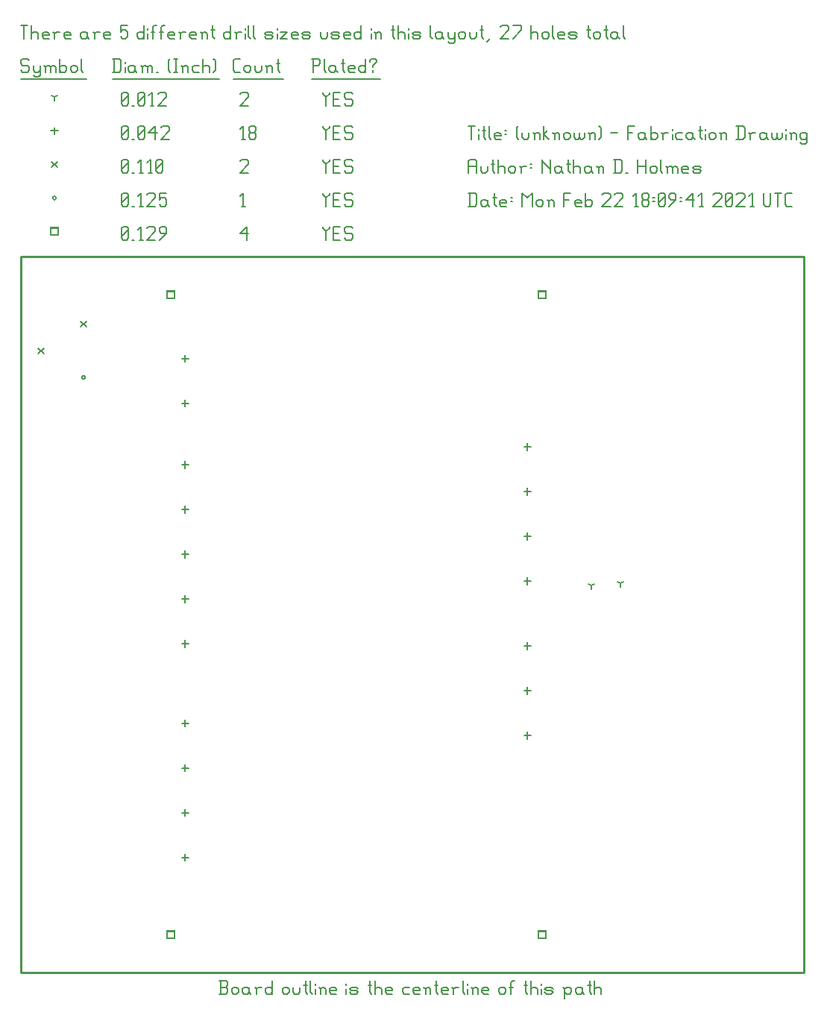
<source format=gbr>
G04 start of page 12 for group -3984 idx -3984 *
G04 Title: (unknown), fab *
G04 Creator: pcb 4.0.2 *
G04 CreationDate: Mon Feb 22 18:09:41 2021 UTC *
G04 For: ndholmes *
G04 Format: Gerber/RS-274X *
G04 PCB-Dimensions (mil): 3500.00 3200.00 *
G04 PCB-Coordinate-Origin: lower left *
%MOIN*%
%FSLAX25Y25*%
%LNFAB*%
%ADD59C,0.0100*%
%ADD58C,0.0060*%
%ADD57R,0.0080X0.0080*%
G54D57*X231400Y18600D02*X234600D01*
X231400D02*Y15400D01*
X234600D01*
Y18600D02*Y15400D01*
X231400Y304600D02*X234600D01*
X231400D02*Y301400D01*
X234600D01*
Y304600D02*Y301400D01*
X65400Y304600D02*X68600D01*
X65400D02*Y301400D01*
X68600D01*
Y304600D02*Y301400D01*
X65400Y18600D02*X68600D01*
X65400D02*Y15400D01*
X68600D01*
Y18600D02*Y15400D01*
X13400Y332850D02*X16600D01*
X13400D02*Y329650D01*
X16600D01*
Y332850D02*Y329650D01*
G54D58*X135000Y333500D02*Y332750D01*
X136500Y331250D01*
X138000Y332750D01*
Y333500D02*Y332750D01*
X136500Y331250D02*Y327500D01*
X139800Y330500D02*X142050D01*
X139800Y327500D02*X142800D01*
X139800Y333500D02*Y327500D01*
Y333500D02*X142800D01*
X147600D02*X148350Y332750D01*
X145350Y333500D02*X147600D01*
X144600Y332750D02*X145350Y333500D01*
X144600Y332750D02*Y331250D01*
X145350Y330500D01*
X147600D01*
X148350Y329750D01*
Y328250D01*
X147600Y327500D02*X148350Y328250D01*
X145350Y327500D02*X147600D01*
X144600Y328250D02*X145350Y327500D01*
X98000Y330500D02*X101000Y333500D01*
X98000Y330500D02*X101750D01*
X101000Y333500D02*Y327500D01*
X45000Y328250D02*X45750Y327500D01*
X45000Y332750D02*Y328250D01*
Y332750D02*X45750Y333500D01*
X47250D01*
X48000Y332750D01*
Y328250D01*
X47250Y327500D02*X48000Y328250D01*
X45750Y327500D02*X47250D01*
X45000Y329000D02*X48000Y332000D01*
X49800Y327500D02*X50550D01*
X53100D02*X54600D01*
X53850Y333500D02*Y327500D01*
X52350Y332000D02*X53850Y333500D01*
X56400Y332750D02*X57150Y333500D01*
X59400D01*
X60150Y332750D01*
Y331250D01*
X56400Y327500D02*X60150Y331250D01*
X56400Y327500D02*X60150D01*
X61950D02*X64950Y330500D01*
Y332750D02*Y330500D01*
X64200Y333500D02*X64950Y332750D01*
X62700Y333500D02*X64200D01*
X61950Y332750D02*X62700Y333500D01*
X61950Y332750D02*Y331250D01*
X62700Y330500D01*
X64950D01*
X27200Y266000D02*G75*G03X28800Y266000I800J0D01*G01*
G75*G03X27200Y266000I-800J0D01*G01*
X14200Y346250D02*G75*G03X15800Y346250I800J0D01*G01*
G75*G03X14200Y346250I-800J0D01*G01*
X135000Y348500D02*Y347750D01*
X136500Y346250D01*
X138000Y347750D01*
Y348500D02*Y347750D01*
X136500Y346250D02*Y342500D01*
X139800Y345500D02*X142050D01*
X139800Y342500D02*X142800D01*
X139800Y348500D02*Y342500D01*
Y348500D02*X142800D01*
X147600D02*X148350Y347750D01*
X145350Y348500D02*X147600D01*
X144600Y347750D02*X145350Y348500D01*
X144600Y347750D02*Y346250D01*
X145350Y345500D01*
X147600D01*
X148350Y344750D01*
Y343250D01*
X147600Y342500D02*X148350Y343250D01*
X145350Y342500D02*X147600D01*
X144600Y343250D02*X145350Y342500D01*
X98750D02*X100250D01*
X99500Y348500D02*Y342500D01*
X98000Y347000D02*X99500Y348500D01*
X45000Y343250D02*X45750Y342500D01*
X45000Y347750D02*Y343250D01*
Y347750D02*X45750Y348500D01*
X47250D01*
X48000Y347750D01*
Y343250D01*
X47250Y342500D02*X48000Y343250D01*
X45750Y342500D02*X47250D01*
X45000Y344000D02*X48000Y347000D01*
X49800Y342500D02*X50550D01*
X53100D02*X54600D01*
X53850Y348500D02*Y342500D01*
X52350Y347000D02*X53850Y348500D01*
X56400Y347750D02*X57150Y348500D01*
X59400D01*
X60150Y347750D01*
Y346250D01*
X56400Y342500D02*X60150Y346250D01*
X56400Y342500D02*X60150D01*
X61950Y348500D02*X64950D01*
X61950D02*Y345500D01*
X62700Y346250D01*
X64200D01*
X64950Y345500D01*
Y343250D01*
X64200Y342500D02*X64950Y343250D01*
X62700Y342500D02*X64200D01*
X61950Y343250D02*X62700Y342500D01*
X26800Y291200D02*X29200Y288800D01*
X26800D02*X29200Y291200D01*
X7800Y279200D02*X10200Y276800D01*
X7800D02*X10200Y279200D01*
X13800Y362450D02*X16200Y360050D01*
X13800D02*X16200Y362450D01*
X135000Y363500D02*Y362750D01*
X136500Y361250D01*
X138000Y362750D01*
Y363500D02*Y362750D01*
X136500Y361250D02*Y357500D01*
X139800Y360500D02*X142050D01*
X139800Y357500D02*X142800D01*
X139800Y363500D02*Y357500D01*
Y363500D02*X142800D01*
X147600D02*X148350Y362750D01*
X145350Y363500D02*X147600D01*
X144600Y362750D02*X145350Y363500D01*
X144600Y362750D02*Y361250D01*
X145350Y360500D01*
X147600D01*
X148350Y359750D01*
Y358250D01*
X147600Y357500D02*X148350Y358250D01*
X145350Y357500D02*X147600D01*
X144600Y358250D02*X145350Y357500D01*
X98000Y362750D02*X98750Y363500D01*
X101000D01*
X101750Y362750D01*
Y361250D01*
X98000Y357500D02*X101750Y361250D01*
X98000Y357500D02*X101750D01*
X45000Y358250D02*X45750Y357500D01*
X45000Y362750D02*Y358250D01*
Y362750D02*X45750Y363500D01*
X47250D01*
X48000Y362750D01*
Y358250D01*
X47250Y357500D02*X48000Y358250D01*
X45750Y357500D02*X47250D01*
X45000Y359000D02*X48000Y362000D01*
X49800Y357500D02*X50550D01*
X53100D02*X54600D01*
X53850Y363500D02*Y357500D01*
X52350Y362000D02*X53850Y363500D01*
X57150Y357500D02*X58650D01*
X57900Y363500D02*Y357500D01*
X56400Y362000D02*X57900Y363500D01*
X60450Y358250D02*X61200Y357500D01*
X60450Y362750D02*Y358250D01*
Y362750D02*X61200Y363500D01*
X62700D01*
X63450Y362750D01*
Y358250D01*
X62700Y357500D02*X63450Y358250D01*
X61200Y357500D02*X62700D01*
X60450Y359000D02*X63450Y362000D01*
X226500Y176600D02*Y173400D01*
X224900Y175000D02*X228100D01*
X226500Y196600D02*Y193400D01*
X224900Y195000D02*X228100D01*
X226500Y216600D02*Y213400D01*
X224900Y215000D02*X228100D01*
X226500Y236600D02*Y233400D01*
X224900Y235000D02*X228100D01*
X73500Y188600D02*Y185400D01*
X71900Y187000D02*X75100D01*
X73500Y168600D02*Y165400D01*
X71900Y167000D02*X75100D01*
X73500Y148600D02*Y145400D01*
X71900Y147000D02*X75100D01*
X73500Y113100D02*Y109900D01*
X71900Y111500D02*X75100D01*
X73500Y93100D02*Y89900D01*
X71900Y91500D02*X75100D01*
X73500Y73100D02*Y69900D01*
X71900Y71500D02*X75100D01*
X73500Y53100D02*Y49900D01*
X71900Y51500D02*X75100D01*
X226500Y107600D02*Y104400D01*
X224900Y106000D02*X228100D01*
X226500Y127600D02*Y124400D01*
X224900Y126000D02*X228100D01*
X226500Y147600D02*Y144400D01*
X224900Y146000D02*X228100D01*
X73500Y276100D02*Y272900D01*
X71900Y274500D02*X75100D01*
X73500Y256100D02*Y252900D01*
X71900Y254500D02*X75100D01*
X73500Y228600D02*Y225400D01*
X71900Y227000D02*X75100D01*
X73500Y208600D02*Y205400D01*
X71900Y207000D02*X75100D01*
X15000Y377850D02*Y374650D01*
X13400Y376250D02*X16600D01*
X135000Y378500D02*Y377750D01*
X136500Y376250D01*
X138000Y377750D01*
Y378500D02*Y377750D01*
X136500Y376250D02*Y372500D01*
X139800Y375500D02*X142050D01*
X139800Y372500D02*X142800D01*
X139800Y378500D02*Y372500D01*
Y378500D02*X142800D01*
X147600D02*X148350Y377750D01*
X145350Y378500D02*X147600D01*
X144600Y377750D02*X145350Y378500D01*
X144600Y377750D02*Y376250D01*
X145350Y375500D01*
X147600D01*
X148350Y374750D01*
Y373250D01*
X147600Y372500D02*X148350Y373250D01*
X145350Y372500D02*X147600D01*
X144600Y373250D02*X145350Y372500D01*
X98750D02*X100250D01*
X99500Y378500D02*Y372500D01*
X98000Y377000D02*X99500Y378500D01*
X102050Y373250D02*X102800Y372500D01*
X102050Y374750D02*Y373250D01*
Y374750D02*X102800Y375500D01*
X104300D01*
X105050Y374750D01*
Y373250D01*
X104300Y372500D02*X105050Y373250D01*
X102800Y372500D02*X104300D01*
X102050Y376250D02*X102800Y375500D01*
X102050Y377750D02*Y376250D01*
Y377750D02*X102800Y378500D01*
X104300D01*
X105050Y377750D01*
Y376250D01*
X104300Y375500D02*X105050Y376250D01*
X45000Y373250D02*X45750Y372500D01*
X45000Y377750D02*Y373250D01*
Y377750D02*X45750Y378500D01*
X47250D01*
X48000Y377750D01*
Y373250D01*
X47250Y372500D02*X48000Y373250D01*
X45750Y372500D02*X47250D01*
X45000Y374000D02*X48000Y377000D01*
X49800Y372500D02*X50550D01*
X52350Y373250D02*X53100Y372500D01*
X52350Y377750D02*Y373250D01*
Y377750D02*X53100Y378500D01*
X54600D01*
X55350Y377750D01*
Y373250D01*
X54600Y372500D02*X55350Y373250D01*
X53100Y372500D02*X54600D01*
X52350Y374000D02*X55350Y377000D01*
X57150Y375500D02*X60150Y378500D01*
X57150Y375500D02*X60900D01*
X60150Y378500D02*Y372500D01*
X62700Y377750D02*X63450Y378500D01*
X65700D01*
X66450Y377750D01*
Y376250D01*
X62700Y372500D02*X66450Y376250D01*
X62700Y372500D02*X66450D01*
X268000Y174000D02*Y172400D01*
Y174000D02*X269387Y174800D01*
X268000Y174000D02*X266613Y174800D01*
X255000Y173000D02*Y171400D01*
Y173000D02*X256387Y173800D01*
X255000Y173000D02*X253613Y173800D01*
X15000Y391250D02*Y389650D01*
Y391250D02*X16387Y392050D01*
X15000Y391250D02*X13613Y392050D01*
X135000Y393500D02*Y392750D01*
X136500Y391250D01*
X138000Y392750D01*
Y393500D02*Y392750D01*
X136500Y391250D02*Y387500D01*
X139800Y390500D02*X142050D01*
X139800Y387500D02*X142800D01*
X139800Y393500D02*Y387500D01*
Y393500D02*X142800D01*
X147600D02*X148350Y392750D01*
X145350Y393500D02*X147600D01*
X144600Y392750D02*X145350Y393500D01*
X144600Y392750D02*Y391250D01*
X145350Y390500D01*
X147600D01*
X148350Y389750D01*
Y388250D01*
X147600Y387500D02*X148350Y388250D01*
X145350Y387500D02*X147600D01*
X144600Y388250D02*X145350Y387500D01*
X98000Y392750D02*X98750Y393500D01*
X101000D01*
X101750Y392750D01*
Y391250D01*
X98000Y387500D02*X101750Y391250D01*
X98000Y387500D02*X101750D01*
X45000Y388250D02*X45750Y387500D01*
X45000Y392750D02*Y388250D01*
Y392750D02*X45750Y393500D01*
X47250D01*
X48000Y392750D01*
Y388250D01*
X47250Y387500D02*X48000Y388250D01*
X45750Y387500D02*X47250D01*
X45000Y389000D02*X48000Y392000D01*
X49800Y387500D02*X50550D01*
X52350Y388250D02*X53100Y387500D01*
X52350Y392750D02*Y388250D01*
Y392750D02*X53100Y393500D01*
X54600D01*
X55350Y392750D01*
Y388250D01*
X54600Y387500D02*X55350Y388250D01*
X53100Y387500D02*X54600D01*
X52350Y389000D02*X55350Y392000D01*
X57900Y387500D02*X59400D01*
X58650Y393500D02*Y387500D01*
X57150Y392000D02*X58650Y393500D01*
X61200Y392750D02*X61950Y393500D01*
X64200D01*
X64950Y392750D01*
Y391250D01*
X61200Y387500D02*X64950Y391250D01*
X61200Y387500D02*X64950D01*
X3000Y408500D02*X3750Y407750D01*
X750Y408500D02*X3000D01*
X0Y407750D02*X750Y408500D01*
X0Y407750D02*Y406250D01*
X750Y405500D01*
X3000D01*
X3750Y404750D01*
Y403250D01*
X3000Y402500D02*X3750Y403250D01*
X750Y402500D02*X3000D01*
X0Y403250D02*X750Y402500D01*
X5550Y405500D02*Y403250D01*
X6300Y402500D01*
X8550Y405500D02*Y401000D01*
X7800Y400250D02*X8550Y401000D01*
X6300Y400250D02*X7800D01*
X5550Y401000D02*X6300Y400250D01*
Y402500D02*X7800D01*
X8550Y403250D01*
X11100Y404750D02*Y402500D01*
Y404750D02*X11850Y405500D01*
X12600D01*
X13350Y404750D01*
Y402500D01*
Y404750D02*X14100Y405500D01*
X14850D01*
X15600Y404750D01*
Y402500D01*
X10350Y405500D02*X11100Y404750D01*
X17400Y408500D02*Y402500D01*
Y403250D02*X18150Y402500D01*
X19650D01*
X20400Y403250D01*
Y404750D02*Y403250D01*
X19650Y405500D02*X20400Y404750D01*
X18150Y405500D02*X19650D01*
X17400Y404750D02*X18150Y405500D01*
X22200Y404750D02*Y403250D01*
Y404750D02*X22950Y405500D01*
X24450D01*
X25200Y404750D01*
Y403250D01*
X24450Y402500D02*X25200Y403250D01*
X22950Y402500D02*X24450D01*
X22200Y403250D02*X22950Y402500D01*
X27000Y408500D02*Y403250D01*
X27750Y402500D01*
X0Y399250D02*X29250D01*
X41750Y408500D02*Y402500D01*
X44000Y408500D02*X44750Y407750D01*
Y403250D01*
X44000Y402500D02*X44750Y403250D01*
X41000Y402500D02*X44000D01*
X41000Y408500D02*X44000D01*
X46550Y407000D02*Y406250D01*
Y404750D02*Y402500D01*
X50300Y405500D02*X51050Y404750D01*
X48800Y405500D02*X50300D01*
X48050Y404750D02*X48800Y405500D01*
X48050Y404750D02*Y403250D01*
X48800Y402500D01*
X51050Y405500D02*Y403250D01*
X51800Y402500D01*
X48800D02*X50300D01*
X51050Y403250D01*
X54350Y404750D02*Y402500D01*
Y404750D02*X55100Y405500D01*
X55850D01*
X56600Y404750D01*
Y402500D01*
Y404750D02*X57350Y405500D01*
X58100D01*
X58850Y404750D01*
Y402500D01*
X53600Y405500D02*X54350Y404750D01*
X60650Y402500D02*X61400D01*
X65900Y403250D02*X66650Y402500D01*
X65900Y407750D02*X66650Y408500D01*
X65900Y407750D02*Y403250D01*
X68450Y408500D02*X69950D01*
X69200D02*Y402500D01*
X68450D02*X69950D01*
X72500Y404750D02*Y402500D01*
Y404750D02*X73250Y405500D01*
X74000D01*
X74750Y404750D01*
Y402500D01*
X71750Y405500D02*X72500Y404750D01*
X77300Y405500D02*X79550D01*
X76550Y404750D02*X77300Y405500D01*
X76550Y404750D02*Y403250D01*
X77300Y402500D01*
X79550D01*
X81350Y408500D02*Y402500D01*
Y404750D02*X82100Y405500D01*
X83600D01*
X84350Y404750D01*
Y402500D01*
X86150Y408500D02*X86900Y407750D01*
Y403250D01*
X86150Y402500D02*X86900Y403250D01*
X41000Y399250D02*X88700D01*
X95750Y402500D02*X98000D01*
X95000Y403250D02*X95750Y402500D01*
X95000Y407750D02*Y403250D01*
Y407750D02*X95750Y408500D01*
X98000D01*
X99800Y404750D02*Y403250D01*
Y404750D02*X100550Y405500D01*
X102050D01*
X102800Y404750D01*
Y403250D01*
X102050Y402500D02*X102800Y403250D01*
X100550Y402500D02*X102050D01*
X99800Y403250D02*X100550Y402500D01*
X104600Y405500D02*Y403250D01*
X105350Y402500D01*
X106850D01*
X107600Y403250D01*
Y405500D02*Y403250D01*
X110150Y404750D02*Y402500D01*
Y404750D02*X110900Y405500D01*
X111650D01*
X112400Y404750D01*
Y402500D01*
X109400Y405500D02*X110150Y404750D01*
X114950Y408500D02*Y403250D01*
X115700Y402500D01*
X114200Y406250D02*X115700D01*
X95000Y399250D02*X117200D01*
X130750Y408500D02*Y402500D01*
X130000Y408500D02*X133000D01*
X133750Y407750D01*
Y406250D01*
X133000Y405500D02*X133750Y406250D01*
X130750Y405500D02*X133000D01*
X135550Y408500D02*Y403250D01*
X136300Y402500D01*
X140050Y405500D02*X140800Y404750D01*
X138550Y405500D02*X140050D01*
X137800Y404750D02*X138550Y405500D01*
X137800Y404750D02*Y403250D01*
X138550Y402500D01*
X140800Y405500D02*Y403250D01*
X141550Y402500D01*
X138550D02*X140050D01*
X140800Y403250D01*
X144100Y408500D02*Y403250D01*
X144850Y402500D01*
X143350Y406250D02*X144850D01*
X147100Y402500D02*X149350D01*
X146350Y403250D02*X147100Y402500D01*
X146350Y404750D02*Y403250D01*
Y404750D02*X147100Y405500D01*
X148600D01*
X149350Y404750D01*
X146350Y404000D02*X149350D01*
Y404750D02*Y404000D01*
X154150Y408500D02*Y402500D01*
X153400D02*X154150Y403250D01*
X151900Y402500D02*X153400D01*
X151150Y403250D02*X151900Y402500D01*
X151150Y404750D02*Y403250D01*
Y404750D02*X151900Y405500D01*
X153400D01*
X154150Y404750D01*
X157450Y405500D02*Y404750D01*
Y403250D02*Y402500D01*
X155950Y407750D02*Y407000D01*
Y407750D02*X156700Y408500D01*
X158200D01*
X158950Y407750D01*
Y407000D01*
X157450Y405500D02*X158950Y407000D01*
X130000Y399250D02*X160750D01*
X0Y423500D02*X3000D01*
X1500D02*Y417500D01*
X4800Y423500D02*Y417500D01*
Y419750D02*X5550Y420500D01*
X7050D01*
X7800Y419750D01*
Y417500D01*
X10350D02*X12600D01*
X9600Y418250D02*X10350Y417500D01*
X9600Y419750D02*Y418250D01*
Y419750D02*X10350Y420500D01*
X11850D01*
X12600Y419750D01*
X9600Y419000D02*X12600D01*
Y419750D02*Y419000D01*
X15150Y419750D02*Y417500D01*
Y419750D02*X15900Y420500D01*
X17400D01*
X14400D02*X15150Y419750D01*
X19950Y417500D02*X22200D01*
X19200Y418250D02*X19950Y417500D01*
X19200Y419750D02*Y418250D01*
Y419750D02*X19950Y420500D01*
X21450D01*
X22200Y419750D01*
X19200Y419000D02*X22200D01*
Y419750D02*Y419000D01*
X28950Y420500D02*X29700Y419750D01*
X27450Y420500D02*X28950D01*
X26700Y419750D02*X27450Y420500D01*
X26700Y419750D02*Y418250D01*
X27450Y417500D01*
X29700Y420500D02*Y418250D01*
X30450Y417500D01*
X27450D02*X28950D01*
X29700Y418250D01*
X33000Y419750D02*Y417500D01*
Y419750D02*X33750Y420500D01*
X35250D01*
X32250D02*X33000Y419750D01*
X37800Y417500D02*X40050D01*
X37050Y418250D02*X37800Y417500D01*
X37050Y419750D02*Y418250D01*
Y419750D02*X37800Y420500D01*
X39300D01*
X40050Y419750D01*
X37050Y419000D02*X40050D01*
Y419750D02*Y419000D01*
X44550Y423500D02*X47550D01*
X44550D02*Y420500D01*
X45300Y421250D01*
X46800D01*
X47550Y420500D01*
Y418250D01*
X46800Y417500D02*X47550Y418250D01*
X45300Y417500D02*X46800D01*
X44550Y418250D02*X45300Y417500D01*
X55050Y423500D02*Y417500D01*
X54300D02*X55050Y418250D01*
X52800Y417500D02*X54300D01*
X52050Y418250D02*X52800Y417500D01*
X52050Y419750D02*Y418250D01*
Y419750D02*X52800Y420500D01*
X54300D01*
X55050Y419750D01*
X56850Y422000D02*Y421250D01*
Y419750D02*Y417500D01*
X59100Y422750D02*Y417500D01*
Y422750D02*X59850Y423500D01*
X60600D01*
X58350Y420500D02*X59850D01*
X62850Y422750D02*Y417500D01*
Y422750D02*X63600Y423500D01*
X64350D01*
X62100Y420500D02*X63600D01*
X66600Y417500D02*X68850D01*
X65850Y418250D02*X66600Y417500D01*
X65850Y419750D02*Y418250D01*
Y419750D02*X66600Y420500D01*
X68100D01*
X68850Y419750D01*
X65850Y419000D02*X68850D01*
Y419750D02*Y419000D01*
X71400Y419750D02*Y417500D01*
Y419750D02*X72150Y420500D01*
X73650D01*
X70650D02*X71400Y419750D01*
X76200Y417500D02*X78450D01*
X75450Y418250D02*X76200Y417500D01*
X75450Y419750D02*Y418250D01*
Y419750D02*X76200Y420500D01*
X77700D01*
X78450Y419750D01*
X75450Y419000D02*X78450D01*
Y419750D02*Y419000D01*
X81000Y419750D02*Y417500D01*
Y419750D02*X81750Y420500D01*
X82500D01*
X83250Y419750D01*
Y417500D01*
X80250Y420500D02*X81000Y419750D01*
X85800Y423500D02*Y418250D01*
X86550Y417500D01*
X85050Y421250D02*X86550D01*
X93750Y423500D02*Y417500D01*
X93000D02*X93750Y418250D01*
X91500Y417500D02*X93000D01*
X90750Y418250D02*X91500Y417500D01*
X90750Y419750D02*Y418250D01*
Y419750D02*X91500Y420500D01*
X93000D01*
X93750Y419750D01*
X96300D02*Y417500D01*
Y419750D02*X97050Y420500D01*
X98550D01*
X95550D02*X96300Y419750D01*
X100350Y422000D02*Y421250D01*
Y419750D02*Y417500D01*
X101850Y423500D02*Y418250D01*
X102600Y417500D01*
X104100Y423500D02*Y418250D01*
X104850Y417500D01*
X109800D02*X112050D01*
X112800Y418250D01*
X112050Y419000D02*X112800Y418250D01*
X109800Y419000D02*X112050D01*
X109050Y419750D02*X109800Y419000D01*
X109050Y419750D02*X109800Y420500D01*
X112050D01*
X112800Y419750D01*
X109050Y418250D02*X109800Y417500D01*
X114600Y422000D02*Y421250D01*
Y419750D02*Y417500D01*
X116100Y420500D02*X119100D01*
X116100Y417500D02*X119100Y420500D01*
X116100Y417500D02*X119100D01*
X121650D02*X123900D01*
X120900Y418250D02*X121650Y417500D01*
X120900Y419750D02*Y418250D01*
Y419750D02*X121650Y420500D01*
X123150D01*
X123900Y419750D01*
X120900Y419000D02*X123900D01*
Y419750D02*Y419000D01*
X126450Y417500D02*X128700D01*
X129450Y418250D01*
X128700Y419000D02*X129450Y418250D01*
X126450Y419000D02*X128700D01*
X125700Y419750D02*X126450Y419000D01*
X125700Y419750D02*X126450Y420500D01*
X128700D01*
X129450Y419750D01*
X125700Y418250D02*X126450Y417500D01*
X133950Y420500D02*Y418250D01*
X134700Y417500D01*
X136200D01*
X136950Y418250D01*
Y420500D02*Y418250D01*
X139500Y417500D02*X141750D01*
X142500Y418250D01*
X141750Y419000D02*X142500Y418250D01*
X139500Y419000D02*X141750D01*
X138750Y419750D02*X139500Y419000D01*
X138750Y419750D02*X139500Y420500D01*
X141750D01*
X142500Y419750D01*
X138750Y418250D02*X139500Y417500D01*
X145050D02*X147300D01*
X144300Y418250D02*X145050Y417500D01*
X144300Y419750D02*Y418250D01*
Y419750D02*X145050Y420500D01*
X146550D01*
X147300Y419750D01*
X144300Y419000D02*X147300D01*
Y419750D02*Y419000D01*
X152100Y423500D02*Y417500D01*
X151350D02*X152100Y418250D01*
X149850Y417500D02*X151350D01*
X149100Y418250D02*X149850Y417500D01*
X149100Y419750D02*Y418250D01*
Y419750D02*X149850Y420500D01*
X151350D01*
X152100Y419750D01*
X156600Y422000D02*Y421250D01*
Y419750D02*Y417500D01*
X158850Y419750D02*Y417500D01*
Y419750D02*X159600Y420500D01*
X160350D01*
X161100Y419750D01*
Y417500D01*
X158100Y420500D02*X158850Y419750D01*
X166350Y423500D02*Y418250D01*
X167100Y417500D01*
X165600Y421250D02*X167100D01*
X168600Y423500D02*Y417500D01*
Y419750D02*X169350Y420500D01*
X170850D01*
X171600Y419750D01*
Y417500D01*
X173400Y422000D02*Y421250D01*
Y419750D02*Y417500D01*
X175650D02*X177900D01*
X178650Y418250D01*
X177900Y419000D02*X178650Y418250D01*
X175650Y419000D02*X177900D01*
X174900Y419750D02*X175650Y419000D01*
X174900Y419750D02*X175650Y420500D01*
X177900D01*
X178650Y419750D01*
X174900Y418250D02*X175650Y417500D01*
X183150Y423500D02*Y418250D01*
X183900Y417500D01*
X187650Y420500D02*X188400Y419750D01*
X186150Y420500D02*X187650D01*
X185400Y419750D02*X186150Y420500D01*
X185400Y419750D02*Y418250D01*
X186150Y417500D01*
X188400Y420500D02*Y418250D01*
X189150Y417500D01*
X186150D02*X187650D01*
X188400Y418250D01*
X190950Y420500D02*Y418250D01*
X191700Y417500D01*
X193950Y420500D02*Y416000D01*
X193200Y415250D02*X193950Y416000D01*
X191700Y415250D02*X193200D01*
X190950Y416000D02*X191700Y415250D01*
Y417500D02*X193200D01*
X193950Y418250D01*
X195750Y419750D02*Y418250D01*
Y419750D02*X196500Y420500D01*
X198000D01*
X198750Y419750D01*
Y418250D01*
X198000Y417500D02*X198750Y418250D01*
X196500Y417500D02*X198000D01*
X195750Y418250D02*X196500Y417500D01*
X200550Y420500D02*Y418250D01*
X201300Y417500D01*
X202800D01*
X203550Y418250D01*
Y420500D02*Y418250D01*
X206100Y423500D02*Y418250D01*
X206850Y417500D01*
X205350Y421250D02*X206850D01*
X208350Y416000D02*X209850Y417500D01*
X214350Y422750D02*X215100Y423500D01*
X217350D01*
X218100Y422750D01*
Y421250D01*
X214350Y417500D02*X218100Y421250D01*
X214350Y417500D02*X218100D01*
X219900D02*X223650Y421250D01*
Y423500D02*Y421250D01*
X219900Y423500D02*X223650D01*
X228150D02*Y417500D01*
Y419750D02*X228900Y420500D01*
X230400D01*
X231150Y419750D01*
Y417500D01*
X232950Y419750D02*Y418250D01*
Y419750D02*X233700Y420500D01*
X235200D01*
X235950Y419750D01*
Y418250D01*
X235200Y417500D02*X235950Y418250D01*
X233700Y417500D02*X235200D01*
X232950Y418250D02*X233700Y417500D01*
X237750Y423500D02*Y418250D01*
X238500Y417500D01*
X240750D02*X243000D01*
X240000Y418250D02*X240750Y417500D01*
X240000Y419750D02*Y418250D01*
Y419750D02*X240750Y420500D01*
X242250D01*
X243000Y419750D01*
X240000Y419000D02*X243000D01*
Y419750D02*Y419000D01*
X245550Y417500D02*X247800D01*
X248550Y418250D01*
X247800Y419000D02*X248550Y418250D01*
X245550Y419000D02*X247800D01*
X244800Y419750D02*X245550Y419000D01*
X244800Y419750D02*X245550Y420500D01*
X247800D01*
X248550Y419750D01*
X244800Y418250D02*X245550Y417500D01*
X253800Y423500D02*Y418250D01*
X254550Y417500D01*
X253050Y421250D02*X254550D01*
X256050Y419750D02*Y418250D01*
Y419750D02*X256800Y420500D01*
X258300D01*
X259050Y419750D01*
Y418250D01*
X258300Y417500D02*X259050Y418250D01*
X256800Y417500D02*X258300D01*
X256050Y418250D02*X256800Y417500D01*
X261600Y423500D02*Y418250D01*
X262350Y417500D01*
X260850Y421250D02*X262350D01*
X266100Y420500D02*X266850Y419750D01*
X264600Y420500D02*X266100D01*
X263850Y419750D02*X264600Y420500D01*
X263850Y419750D02*Y418250D01*
X264600Y417500D01*
X266850Y420500D02*Y418250D01*
X267600Y417500D01*
X264600D02*X266100D01*
X266850Y418250D01*
X269400Y423500D02*Y418250D01*
X270150Y417500D01*
G54D59*X300000Y320000D02*X0D01*
Y0D02*X300000D01*
X0Y320000D02*Y0D01*
X299000Y320000D02*X350000D01*
Y0D01*
X287500D01*
G54D58*X88675Y-9500D02*X91675D01*
X92425Y-8750D01*
Y-7250D02*Y-8750D01*
X91675Y-6500D02*X92425Y-7250D01*
X89425Y-6500D02*X91675D01*
X89425Y-3500D02*Y-9500D01*
X88675Y-3500D02*X91675D01*
X92425Y-4250D01*
Y-5750D01*
X91675Y-6500D02*X92425Y-5750D01*
X94225Y-7250D02*Y-8750D01*
Y-7250D02*X94975Y-6500D01*
X96475D01*
X97225Y-7250D01*
Y-8750D01*
X96475Y-9500D02*X97225Y-8750D01*
X94975Y-9500D02*X96475D01*
X94225Y-8750D02*X94975Y-9500D01*
X101275Y-6500D02*X102025Y-7250D01*
X99775Y-6500D02*X101275D01*
X99025Y-7250D02*X99775Y-6500D01*
X99025Y-7250D02*Y-8750D01*
X99775Y-9500D01*
X102025Y-6500D02*Y-8750D01*
X102775Y-9500D01*
X99775D02*X101275D01*
X102025Y-8750D01*
X105325Y-7250D02*Y-9500D01*
Y-7250D02*X106075Y-6500D01*
X107575D01*
X104575D02*X105325Y-7250D01*
X112375Y-3500D02*Y-9500D01*
X111625D02*X112375Y-8750D01*
X110125Y-9500D02*X111625D01*
X109375Y-8750D02*X110125Y-9500D01*
X109375Y-7250D02*Y-8750D01*
Y-7250D02*X110125Y-6500D01*
X111625D01*
X112375Y-7250D01*
X116875D02*Y-8750D01*
Y-7250D02*X117625Y-6500D01*
X119125D01*
X119875Y-7250D01*
Y-8750D01*
X119125Y-9500D02*X119875Y-8750D01*
X117625Y-9500D02*X119125D01*
X116875Y-8750D02*X117625Y-9500D01*
X121675Y-6500D02*Y-8750D01*
X122425Y-9500D01*
X123925D01*
X124675Y-8750D01*
Y-6500D02*Y-8750D01*
X127225Y-3500D02*Y-8750D01*
X127975Y-9500D01*
X126475Y-5750D02*X127975D01*
X129475Y-3500D02*Y-8750D01*
X130225Y-9500D01*
X131725Y-5000D02*Y-5750D01*
Y-7250D02*Y-9500D01*
X133975Y-7250D02*Y-9500D01*
Y-7250D02*X134725Y-6500D01*
X135475D01*
X136225Y-7250D01*
Y-9500D01*
X133225Y-6500D02*X133975Y-7250D01*
X138775Y-9500D02*X141025D01*
X138025Y-8750D02*X138775Y-9500D01*
X138025Y-7250D02*Y-8750D01*
Y-7250D02*X138775Y-6500D01*
X140275D01*
X141025Y-7250D01*
X138025Y-8000D02*X141025D01*
Y-7250D02*Y-8000D01*
X145525Y-5000D02*Y-5750D01*
Y-7250D02*Y-9500D01*
X147775D02*X150025D01*
X150775Y-8750D01*
X150025Y-8000D02*X150775Y-8750D01*
X147775Y-8000D02*X150025D01*
X147025Y-7250D02*X147775Y-8000D01*
X147025Y-7250D02*X147775Y-6500D01*
X150025D01*
X150775Y-7250D01*
X147025Y-8750D02*X147775Y-9500D01*
X156025Y-3500D02*Y-8750D01*
X156775Y-9500D01*
X155275Y-5750D02*X156775D01*
X158275Y-3500D02*Y-9500D01*
Y-7250D02*X159025Y-6500D01*
X160525D01*
X161275Y-7250D01*
Y-9500D01*
X163825D02*X166075D01*
X163075Y-8750D02*X163825Y-9500D01*
X163075Y-7250D02*Y-8750D01*
Y-7250D02*X163825Y-6500D01*
X165325D01*
X166075Y-7250D01*
X163075Y-8000D02*X166075D01*
Y-7250D02*Y-8000D01*
X171325Y-6500D02*X173575D01*
X170575Y-7250D02*X171325Y-6500D01*
X170575Y-7250D02*Y-8750D01*
X171325Y-9500D01*
X173575D01*
X176125D02*X178375D01*
X175375Y-8750D02*X176125Y-9500D01*
X175375Y-7250D02*Y-8750D01*
Y-7250D02*X176125Y-6500D01*
X177625D01*
X178375Y-7250D01*
X175375Y-8000D02*X178375D01*
Y-7250D02*Y-8000D01*
X180925Y-7250D02*Y-9500D01*
Y-7250D02*X181675Y-6500D01*
X182425D01*
X183175Y-7250D01*
Y-9500D01*
X180175Y-6500D02*X180925Y-7250D01*
X185725Y-3500D02*Y-8750D01*
X186475Y-9500D01*
X184975Y-5750D02*X186475D01*
X188725Y-9500D02*X190975D01*
X187975Y-8750D02*X188725Y-9500D01*
X187975Y-7250D02*Y-8750D01*
Y-7250D02*X188725Y-6500D01*
X190225D01*
X190975Y-7250D01*
X187975Y-8000D02*X190975D01*
Y-7250D02*Y-8000D01*
X193525Y-7250D02*Y-9500D01*
Y-7250D02*X194275Y-6500D01*
X195775D01*
X192775D02*X193525Y-7250D01*
X197575Y-3500D02*Y-8750D01*
X198325Y-9500D01*
X199825Y-5000D02*Y-5750D01*
Y-7250D02*Y-9500D01*
X202075Y-7250D02*Y-9500D01*
Y-7250D02*X202825Y-6500D01*
X203575D01*
X204325Y-7250D01*
Y-9500D01*
X201325Y-6500D02*X202075Y-7250D01*
X206875Y-9500D02*X209125D01*
X206125Y-8750D02*X206875Y-9500D01*
X206125Y-7250D02*Y-8750D01*
Y-7250D02*X206875Y-6500D01*
X208375D01*
X209125Y-7250D01*
X206125Y-8000D02*X209125D01*
Y-7250D02*Y-8000D01*
X213625Y-7250D02*Y-8750D01*
Y-7250D02*X214375Y-6500D01*
X215875D01*
X216625Y-7250D01*
Y-8750D01*
X215875Y-9500D02*X216625Y-8750D01*
X214375Y-9500D02*X215875D01*
X213625Y-8750D02*X214375Y-9500D01*
X219175Y-4250D02*Y-9500D01*
Y-4250D02*X219925Y-3500D01*
X220675D01*
X218425Y-6500D02*X219925D01*
X225625Y-3500D02*Y-8750D01*
X226375Y-9500D01*
X224875Y-5750D02*X226375D01*
X227875Y-3500D02*Y-9500D01*
Y-7250D02*X228625Y-6500D01*
X230125D01*
X230875Y-7250D01*
Y-9500D01*
X232675Y-5000D02*Y-5750D01*
Y-7250D02*Y-9500D01*
X234925D02*X237175D01*
X237925Y-8750D01*
X237175Y-8000D02*X237925Y-8750D01*
X234925Y-8000D02*X237175D01*
X234175Y-7250D02*X234925Y-8000D01*
X234175Y-7250D02*X234925Y-6500D01*
X237175D01*
X237925Y-7250D01*
X234175Y-8750D02*X234925Y-9500D01*
X243175Y-7250D02*Y-11750D01*
X242425Y-6500D02*X243175Y-7250D01*
X243925Y-6500D01*
X245425D01*
X246175Y-7250D01*
Y-8750D01*
X245425Y-9500D02*X246175Y-8750D01*
X243925Y-9500D02*X245425D01*
X243175Y-8750D02*X243925Y-9500D01*
X250225Y-6500D02*X250975Y-7250D01*
X248725Y-6500D02*X250225D01*
X247975Y-7250D02*X248725Y-6500D01*
X247975Y-7250D02*Y-8750D01*
X248725Y-9500D01*
X250975Y-6500D02*Y-8750D01*
X251725Y-9500D01*
X248725D02*X250225D01*
X250975Y-8750D01*
X254275Y-3500D02*Y-8750D01*
X255025Y-9500D01*
X253525Y-5750D02*X255025D01*
X256525Y-3500D02*Y-9500D01*
Y-7250D02*X257275Y-6500D01*
X258775D01*
X259525Y-7250D01*
Y-9500D01*
X200750Y348500D02*Y342500D01*
X203000Y348500D02*X203750Y347750D01*
Y343250D01*
X203000Y342500D02*X203750Y343250D01*
X200000Y342500D02*X203000D01*
X200000Y348500D02*X203000D01*
X207800Y345500D02*X208550Y344750D01*
X206300Y345500D02*X207800D01*
X205550Y344750D02*X206300Y345500D01*
X205550Y344750D02*Y343250D01*
X206300Y342500D01*
X208550Y345500D02*Y343250D01*
X209300Y342500D01*
X206300D02*X207800D01*
X208550Y343250D01*
X211850Y348500D02*Y343250D01*
X212600Y342500D01*
X211100Y346250D02*X212600D01*
X214850Y342500D02*X217100D01*
X214100Y343250D02*X214850Y342500D01*
X214100Y344750D02*Y343250D01*
Y344750D02*X214850Y345500D01*
X216350D01*
X217100Y344750D01*
X214100Y344000D02*X217100D01*
Y344750D02*Y344000D01*
X218900Y346250D02*X219650D01*
X218900Y344750D02*X219650D01*
X224150Y348500D02*Y342500D01*
Y348500D02*X226400Y346250D01*
X228650Y348500D01*
Y342500D01*
X230450Y344750D02*Y343250D01*
Y344750D02*X231200Y345500D01*
X232700D01*
X233450Y344750D01*
Y343250D01*
X232700Y342500D02*X233450Y343250D01*
X231200Y342500D02*X232700D01*
X230450Y343250D02*X231200Y342500D01*
X236000Y344750D02*Y342500D01*
Y344750D02*X236750Y345500D01*
X237500D01*
X238250Y344750D01*
Y342500D01*
X235250Y345500D02*X236000Y344750D01*
X242750Y348500D02*Y342500D01*
Y348500D02*X245750D01*
X242750Y345500D02*X245000D01*
X248300Y342500D02*X250550D01*
X247550Y343250D02*X248300Y342500D01*
X247550Y344750D02*Y343250D01*
Y344750D02*X248300Y345500D01*
X249800D01*
X250550Y344750D01*
X247550Y344000D02*X250550D01*
Y344750D02*Y344000D01*
X252350Y348500D02*Y342500D01*
Y343250D02*X253100Y342500D01*
X254600D01*
X255350Y343250D01*
Y344750D02*Y343250D01*
X254600Y345500D02*X255350Y344750D01*
X253100Y345500D02*X254600D01*
X252350Y344750D02*X253100Y345500D01*
X259850Y347750D02*X260600Y348500D01*
X262850D01*
X263600Y347750D01*
Y346250D01*
X259850Y342500D02*X263600Y346250D01*
X259850Y342500D02*X263600D01*
X265400Y347750D02*X266150Y348500D01*
X268400D01*
X269150Y347750D01*
Y346250D01*
X265400Y342500D02*X269150Y346250D01*
X265400Y342500D02*X269150D01*
X274400D02*X275900D01*
X275150Y348500D02*Y342500D01*
X273650Y347000D02*X275150Y348500D01*
X277700Y343250D02*X278450Y342500D01*
X277700Y344750D02*Y343250D01*
Y344750D02*X278450Y345500D01*
X279950D01*
X280700Y344750D01*
Y343250D01*
X279950Y342500D02*X280700Y343250D01*
X278450Y342500D02*X279950D01*
X277700Y346250D02*X278450Y345500D01*
X277700Y347750D02*Y346250D01*
Y347750D02*X278450Y348500D01*
X279950D01*
X280700Y347750D01*
Y346250D01*
X279950Y345500D02*X280700Y346250D01*
X282500D02*X283250D01*
X282500Y344750D02*X283250D01*
X285050Y343250D02*X285800Y342500D01*
X285050Y347750D02*Y343250D01*
Y347750D02*X285800Y348500D01*
X287300D01*
X288050Y347750D01*
Y343250D01*
X287300Y342500D02*X288050Y343250D01*
X285800Y342500D02*X287300D01*
X285050Y344000D02*X288050Y347000D01*
X289850Y342500D02*X292850Y345500D01*
Y347750D02*Y345500D01*
X292100Y348500D02*X292850Y347750D01*
X290600Y348500D02*X292100D01*
X289850Y347750D02*X290600Y348500D01*
X289850Y347750D02*Y346250D01*
X290600Y345500D01*
X292850D01*
X294650Y346250D02*X295400D01*
X294650Y344750D02*X295400D01*
X297200Y345500D02*X300200Y348500D01*
X297200Y345500D02*X300950D01*
X300200Y348500D02*Y342500D01*
X303500D02*X305000D01*
X304250Y348500D02*Y342500D01*
X302750Y347000D02*X304250Y348500D01*
X309500Y347750D02*X310250Y348500D01*
X312500D01*
X313250Y347750D01*
Y346250D01*
X309500Y342500D02*X313250Y346250D01*
X309500Y342500D02*X313250D01*
X315050Y343250D02*X315800Y342500D01*
X315050Y347750D02*Y343250D01*
Y347750D02*X315800Y348500D01*
X317300D01*
X318050Y347750D01*
Y343250D01*
X317300Y342500D02*X318050Y343250D01*
X315800Y342500D02*X317300D01*
X315050Y344000D02*X318050Y347000D01*
X319850Y347750D02*X320600Y348500D01*
X322850D01*
X323600Y347750D01*
Y346250D01*
X319850Y342500D02*X323600Y346250D01*
X319850Y342500D02*X323600D01*
X326150D02*X327650D01*
X326900Y348500D02*Y342500D01*
X325400Y347000D02*X326900Y348500D01*
X332150D02*Y343250D01*
X332900Y342500D01*
X334400D01*
X335150Y343250D01*
Y348500D02*Y343250D01*
X336950Y348500D02*X339950D01*
X338450D02*Y342500D01*
X342500D02*X344750D01*
X341750Y343250D02*X342500Y342500D01*
X341750Y347750D02*Y343250D01*
Y347750D02*X342500Y348500D01*
X344750D01*
X200000Y362750D02*Y357500D01*
Y362750D02*X200750Y363500D01*
X203000D01*
X203750Y362750D01*
Y357500D01*
X200000Y360500D02*X203750D01*
X205550D02*Y358250D01*
X206300Y357500D01*
X207800D01*
X208550Y358250D01*
Y360500D02*Y358250D01*
X211100Y363500D02*Y358250D01*
X211850Y357500D01*
X210350Y361250D02*X211850D01*
X213350Y363500D02*Y357500D01*
Y359750D02*X214100Y360500D01*
X215600D01*
X216350Y359750D01*
Y357500D01*
X218150Y359750D02*Y358250D01*
Y359750D02*X218900Y360500D01*
X220400D01*
X221150Y359750D01*
Y358250D01*
X220400Y357500D02*X221150Y358250D01*
X218900Y357500D02*X220400D01*
X218150Y358250D02*X218900Y357500D01*
X223700Y359750D02*Y357500D01*
Y359750D02*X224450Y360500D01*
X225950D01*
X222950D02*X223700Y359750D01*
X227750Y361250D02*X228500D01*
X227750Y359750D02*X228500D01*
X233000Y363500D02*Y357500D01*
Y363500D02*Y362750D01*
X236750Y359000D01*
Y363500D02*Y357500D01*
X240800Y360500D02*X241550Y359750D01*
X239300Y360500D02*X240800D01*
X238550Y359750D02*X239300Y360500D01*
X238550Y359750D02*Y358250D01*
X239300Y357500D01*
X241550Y360500D02*Y358250D01*
X242300Y357500D01*
X239300D02*X240800D01*
X241550Y358250D01*
X244850Y363500D02*Y358250D01*
X245600Y357500D01*
X244100Y361250D02*X245600D01*
X247100Y363500D02*Y357500D01*
Y359750D02*X247850Y360500D01*
X249350D01*
X250100Y359750D01*
Y357500D01*
X254150Y360500D02*X254900Y359750D01*
X252650Y360500D02*X254150D01*
X251900Y359750D02*X252650Y360500D01*
X251900Y359750D02*Y358250D01*
X252650Y357500D01*
X254900Y360500D02*Y358250D01*
X255650Y357500D01*
X252650D02*X254150D01*
X254900Y358250D01*
X258200Y359750D02*Y357500D01*
Y359750D02*X258950Y360500D01*
X259700D01*
X260450Y359750D01*
Y357500D01*
X257450Y360500D02*X258200Y359750D01*
X265700Y363500D02*Y357500D01*
X267950Y363500D02*X268700Y362750D01*
Y358250D01*
X267950Y357500D02*X268700Y358250D01*
X264950Y357500D02*X267950D01*
X264950Y363500D02*X267950D01*
X270500Y357500D02*X271250D01*
X275750Y363500D02*Y357500D01*
X279500Y363500D02*Y357500D01*
X275750Y360500D02*X279500D01*
X281300Y359750D02*Y358250D01*
Y359750D02*X282050Y360500D01*
X283550D01*
X284300Y359750D01*
Y358250D01*
X283550Y357500D02*X284300Y358250D01*
X282050Y357500D02*X283550D01*
X281300Y358250D02*X282050Y357500D01*
X286100Y363500D02*Y358250D01*
X286850Y357500D01*
X289100Y359750D02*Y357500D01*
Y359750D02*X289850Y360500D01*
X290600D01*
X291350Y359750D01*
Y357500D01*
Y359750D02*X292100Y360500D01*
X292850D01*
X293600Y359750D01*
Y357500D01*
X288350Y360500D02*X289100Y359750D01*
X296150Y357500D02*X298400D01*
X295400Y358250D02*X296150Y357500D01*
X295400Y359750D02*Y358250D01*
Y359750D02*X296150Y360500D01*
X297650D01*
X298400Y359750D01*
X295400Y359000D02*X298400D01*
Y359750D02*Y359000D01*
X300950Y357500D02*X303200D01*
X303950Y358250D01*
X303200Y359000D02*X303950Y358250D01*
X300950Y359000D02*X303200D01*
X300200Y359750D02*X300950Y359000D01*
X300200Y359750D02*X300950Y360500D01*
X303200D01*
X303950Y359750D01*
X300200Y358250D02*X300950Y357500D01*
X200000Y378500D02*X203000D01*
X201500D02*Y372500D01*
X204800Y377000D02*Y376250D01*
Y374750D02*Y372500D01*
X207050Y378500D02*Y373250D01*
X207800Y372500D01*
X206300Y376250D02*X207800D01*
X209300Y378500D02*Y373250D01*
X210050Y372500D01*
X212300D02*X214550D01*
X211550Y373250D02*X212300Y372500D01*
X211550Y374750D02*Y373250D01*
Y374750D02*X212300Y375500D01*
X213800D01*
X214550Y374750D01*
X211550Y374000D02*X214550D01*
Y374750D02*Y374000D01*
X216350Y376250D02*X217100D01*
X216350Y374750D02*X217100D01*
X221600Y373250D02*X222350Y372500D01*
X221600Y377750D02*X222350Y378500D01*
X221600Y377750D02*Y373250D01*
X224150Y375500D02*Y373250D01*
X224900Y372500D01*
X226400D01*
X227150Y373250D01*
Y375500D02*Y373250D01*
X229700Y374750D02*Y372500D01*
Y374750D02*X230450Y375500D01*
X231200D01*
X231950Y374750D01*
Y372500D01*
X228950Y375500D02*X229700Y374750D01*
X233750Y378500D02*Y372500D01*
Y374750D02*X236000Y372500D01*
X233750Y374750D02*X235250Y376250D01*
X238550Y374750D02*Y372500D01*
Y374750D02*X239300Y375500D01*
X240050D01*
X240800Y374750D01*
Y372500D01*
X237800Y375500D02*X238550Y374750D01*
X242600D02*Y373250D01*
Y374750D02*X243350Y375500D01*
X244850D01*
X245600Y374750D01*
Y373250D01*
X244850Y372500D02*X245600Y373250D01*
X243350Y372500D02*X244850D01*
X242600Y373250D02*X243350Y372500D01*
X247400Y375500D02*Y373250D01*
X248150Y372500D01*
X248900D01*
X249650Y373250D01*
Y375500D02*Y373250D01*
X250400Y372500D01*
X251150D01*
X251900Y373250D01*
Y375500D02*Y373250D01*
X254450Y374750D02*Y372500D01*
Y374750D02*X255200Y375500D01*
X255950D01*
X256700Y374750D01*
Y372500D01*
X253700Y375500D02*X254450Y374750D01*
X258500Y378500D02*X259250Y377750D01*
Y373250D01*
X258500Y372500D02*X259250Y373250D01*
X263750Y375500D02*X266750D01*
X271250Y378500D02*Y372500D01*
Y378500D02*X274250D01*
X271250Y375500D02*X273500D01*
X278300D02*X279050Y374750D01*
X276800Y375500D02*X278300D01*
X276050Y374750D02*X276800Y375500D01*
X276050Y374750D02*Y373250D01*
X276800Y372500D01*
X279050Y375500D02*Y373250D01*
X279800Y372500D01*
X276800D02*X278300D01*
X279050Y373250D01*
X281600Y378500D02*Y372500D01*
Y373250D02*X282350Y372500D01*
X283850D01*
X284600Y373250D01*
Y374750D02*Y373250D01*
X283850Y375500D02*X284600Y374750D01*
X282350Y375500D02*X283850D01*
X281600Y374750D02*X282350Y375500D01*
X287150Y374750D02*Y372500D01*
Y374750D02*X287900Y375500D01*
X289400D01*
X286400D02*X287150Y374750D01*
X291200Y377000D02*Y376250D01*
Y374750D02*Y372500D01*
X293450Y375500D02*X295700D01*
X292700Y374750D02*X293450Y375500D01*
X292700Y374750D02*Y373250D01*
X293450Y372500D01*
X295700D01*
X299750Y375500D02*X300500Y374750D01*
X298250Y375500D02*X299750D01*
X297500Y374750D02*X298250Y375500D01*
X297500Y374750D02*Y373250D01*
X298250Y372500D01*
X300500Y375500D02*Y373250D01*
X301250Y372500D01*
X298250D02*X299750D01*
X300500Y373250D01*
X303800Y378500D02*Y373250D01*
X304550Y372500D01*
X303050Y376250D02*X304550D01*
X306050Y377000D02*Y376250D01*
Y374750D02*Y372500D01*
X307550Y374750D02*Y373250D01*
Y374750D02*X308300Y375500D01*
X309800D01*
X310550Y374750D01*
Y373250D01*
X309800Y372500D02*X310550Y373250D01*
X308300Y372500D02*X309800D01*
X307550Y373250D02*X308300Y372500D01*
X313100Y374750D02*Y372500D01*
Y374750D02*X313850Y375500D01*
X314600D01*
X315350Y374750D01*
Y372500D01*
X312350Y375500D02*X313100Y374750D01*
X320600Y378500D02*Y372500D01*
X322850Y378500D02*X323600Y377750D01*
Y373250D01*
X322850Y372500D02*X323600Y373250D01*
X319850Y372500D02*X322850D01*
X319850Y378500D02*X322850D01*
X326150Y374750D02*Y372500D01*
Y374750D02*X326900Y375500D01*
X328400D01*
X325400D02*X326150Y374750D01*
X332450Y375500D02*X333200Y374750D01*
X330950Y375500D02*X332450D01*
X330200Y374750D02*X330950Y375500D01*
X330200Y374750D02*Y373250D01*
X330950Y372500D01*
X333200Y375500D02*Y373250D01*
X333950Y372500D01*
X330950D02*X332450D01*
X333200Y373250D01*
X335750Y375500D02*Y373250D01*
X336500Y372500D01*
X337250D01*
X338000Y373250D01*
Y375500D02*Y373250D01*
X338750Y372500D01*
X339500D01*
X340250Y373250D01*
Y375500D02*Y373250D01*
X342050Y377000D02*Y376250D01*
Y374750D02*Y372500D01*
X344300Y374750D02*Y372500D01*
Y374750D02*X345050Y375500D01*
X345800D01*
X346550Y374750D01*
Y372500D01*
X343550Y375500D02*X344300Y374750D01*
X350600Y375500D02*X351350Y374750D01*
X349100Y375500D02*X350600D01*
X348350Y374750D02*X349100Y375500D01*
X348350Y374750D02*Y373250D01*
X349100Y372500D01*
X350600D01*
X351350Y373250D01*
X348350Y371000D02*X349100Y370250D01*
X350600D01*
X351350Y371000D01*
Y375500D02*Y371000D01*
M02*

</source>
